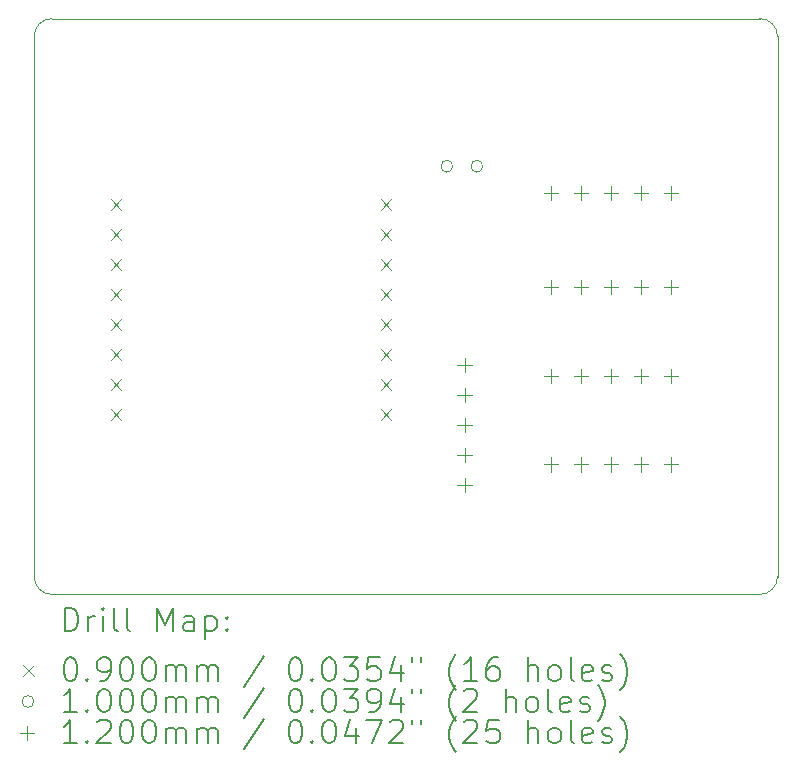
<source format=gbr>
%TF.GenerationSoftware,KiCad,Pcbnew,9.0.0*%
%TF.CreationDate,2025-04-22T13:13:53+02:00*%
%TF.ProjectId,stimawifi,7374696d-6177-4696-9669-2e6b69636164,rev?*%
%TF.SameCoordinates,Original*%
%TF.FileFunction,Drillmap*%
%TF.FilePolarity,Positive*%
%FSLAX45Y45*%
G04 Gerber Fmt 4.5, Leading zero omitted, Abs format (unit mm)*
G04 Created by KiCad (PCBNEW 9.0.0) date 2025-04-22 13:13:53*
%MOMM*%
%LPD*%
G01*
G04 APERTURE LIST*
%ADD10C,0.050000*%
%ADD11C,0.200000*%
%ADD12C,0.100000*%
%ADD13C,0.120000*%
G04 APERTURE END LIST*
D10*
X20850000Y-4700000D02*
X20850000Y-9275000D01*
X20850000Y-9275000D02*
G75*
G02*
X20700000Y-9425000I-150000J0D01*
G01*
X14556066Y-4700000D02*
G75*
G02*
X14706066Y-4549996I150004J0D01*
G01*
X14556066Y-9275000D02*
X14556066Y-4700000D01*
X14706066Y-9425000D02*
G75*
G02*
X14556070Y-9275000I4J150000D01*
G01*
X20700000Y-4550000D02*
G75*
G02*
X20850000Y-4700000I0J-150000D01*
G01*
X14706066Y-4550000D02*
X20700000Y-4550000D01*
X20700000Y-9425000D02*
X14706066Y-9425000D01*
D11*
D12*
X15205000Y-6077000D02*
X15295000Y-6167000D01*
X15295000Y-6077000D02*
X15205000Y-6167000D01*
X15205000Y-6331000D02*
X15295000Y-6421000D01*
X15295000Y-6331000D02*
X15205000Y-6421000D01*
X15205000Y-6585000D02*
X15295000Y-6675000D01*
X15295000Y-6585000D02*
X15205000Y-6675000D01*
X15205000Y-6839000D02*
X15295000Y-6929000D01*
X15295000Y-6839000D02*
X15205000Y-6929000D01*
X15205000Y-7093000D02*
X15295000Y-7183000D01*
X15295000Y-7093000D02*
X15205000Y-7183000D01*
X15205000Y-7347000D02*
X15295000Y-7437000D01*
X15295000Y-7347000D02*
X15205000Y-7437000D01*
X15205000Y-7601000D02*
X15295000Y-7691000D01*
X15295000Y-7601000D02*
X15205000Y-7691000D01*
X15205000Y-7855000D02*
X15295000Y-7945000D01*
X15295000Y-7855000D02*
X15205000Y-7945000D01*
X17491000Y-6077000D02*
X17581000Y-6167000D01*
X17581000Y-6077000D02*
X17491000Y-6167000D01*
X17491000Y-6331000D02*
X17581000Y-6421000D01*
X17581000Y-6331000D02*
X17491000Y-6421000D01*
X17491000Y-6585000D02*
X17581000Y-6675000D01*
X17581000Y-6585000D02*
X17491000Y-6675000D01*
X17491000Y-6839000D02*
X17581000Y-6929000D01*
X17581000Y-6839000D02*
X17491000Y-6929000D01*
X17491000Y-7093000D02*
X17581000Y-7183000D01*
X17581000Y-7093000D02*
X17491000Y-7183000D01*
X17491000Y-7347000D02*
X17581000Y-7437000D01*
X17581000Y-7347000D02*
X17491000Y-7437000D01*
X17491000Y-7601000D02*
X17581000Y-7691000D01*
X17581000Y-7601000D02*
X17491000Y-7691000D01*
X17491000Y-7855000D02*
X17581000Y-7945000D01*
X17581000Y-7855000D02*
X17491000Y-7945000D01*
X18100000Y-5800000D02*
G75*
G02*
X18000000Y-5800000I-50000J0D01*
G01*
X18000000Y-5800000D02*
G75*
G02*
X18100000Y-5800000I50000J0D01*
G01*
X18354000Y-5800000D02*
G75*
G02*
X18254000Y-5800000I-50000J0D01*
G01*
X18254000Y-5800000D02*
G75*
G02*
X18354000Y-5800000I50000J0D01*
G01*
D13*
X18200000Y-7424000D02*
X18200000Y-7544000D01*
X18140000Y-7484000D02*
X18260000Y-7484000D01*
X18200000Y-7678000D02*
X18200000Y-7798000D01*
X18140000Y-7738000D02*
X18260000Y-7738000D01*
X18200000Y-7932000D02*
X18200000Y-8052000D01*
X18140000Y-7992000D02*
X18260000Y-7992000D01*
X18200000Y-8186000D02*
X18200000Y-8306000D01*
X18140000Y-8246000D02*
X18260000Y-8246000D01*
X18200000Y-8440000D02*
X18200000Y-8560000D01*
X18140000Y-8500000D02*
X18260000Y-8500000D01*
X18934000Y-5965000D02*
X18934000Y-6085000D01*
X18874000Y-6025000D02*
X18994000Y-6025000D01*
X18934000Y-6765000D02*
X18934000Y-6885000D01*
X18874000Y-6825000D02*
X18994000Y-6825000D01*
X18934000Y-7515000D02*
X18934000Y-7635000D01*
X18874000Y-7575000D02*
X18994000Y-7575000D01*
X18934000Y-8265000D02*
X18934000Y-8385000D01*
X18874000Y-8325000D02*
X18994000Y-8325000D01*
X19188000Y-5965000D02*
X19188000Y-6085000D01*
X19128000Y-6025000D02*
X19248000Y-6025000D01*
X19188000Y-6765000D02*
X19188000Y-6885000D01*
X19128000Y-6825000D02*
X19248000Y-6825000D01*
X19188000Y-7515000D02*
X19188000Y-7635000D01*
X19128000Y-7575000D02*
X19248000Y-7575000D01*
X19188000Y-8265000D02*
X19188000Y-8385000D01*
X19128000Y-8325000D02*
X19248000Y-8325000D01*
X19442000Y-5965000D02*
X19442000Y-6085000D01*
X19382000Y-6025000D02*
X19502000Y-6025000D01*
X19442000Y-6765000D02*
X19442000Y-6885000D01*
X19382000Y-6825000D02*
X19502000Y-6825000D01*
X19442000Y-7515000D02*
X19442000Y-7635000D01*
X19382000Y-7575000D02*
X19502000Y-7575000D01*
X19442000Y-8265000D02*
X19442000Y-8385000D01*
X19382000Y-8325000D02*
X19502000Y-8325000D01*
X19696000Y-5965000D02*
X19696000Y-6085000D01*
X19636000Y-6025000D02*
X19756000Y-6025000D01*
X19696000Y-6765000D02*
X19696000Y-6885000D01*
X19636000Y-6825000D02*
X19756000Y-6825000D01*
X19696000Y-7515000D02*
X19696000Y-7635000D01*
X19636000Y-7575000D02*
X19756000Y-7575000D01*
X19696000Y-8265000D02*
X19696000Y-8385000D01*
X19636000Y-8325000D02*
X19756000Y-8325000D01*
X19950000Y-5965000D02*
X19950000Y-6085000D01*
X19890000Y-6025000D02*
X20010000Y-6025000D01*
X19950000Y-6765000D02*
X19950000Y-6885000D01*
X19890000Y-6825000D02*
X20010000Y-6825000D01*
X19950000Y-7515000D02*
X19950000Y-7635000D01*
X19890000Y-7575000D02*
X20010000Y-7575000D01*
X19950000Y-8265000D02*
X19950000Y-8385000D01*
X19890000Y-8325000D02*
X20010000Y-8325000D01*
D11*
X14814343Y-9738984D02*
X14814343Y-9538984D01*
X14814343Y-9538984D02*
X14861962Y-9538984D01*
X14861962Y-9538984D02*
X14890533Y-9548508D01*
X14890533Y-9548508D02*
X14909581Y-9567555D01*
X14909581Y-9567555D02*
X14919105Y-9586603D01*
X14919105Y-9586603D02*
X14928628Y-9624698D01*
X14928628Y-9624698D02*
X14928628Y-9653270D01*
X14928628Y-9653270D02*
X14919105Y-9691365D01*
X14919105Y-9691365D02*
X14909581Y-9710412D01*
X14909581Y-9710412D02*
X14890533Y-9729460D01*
X14890533Y-9729460D02*
X14861962Y-9738984D01*
X14861962Y-9738984D02*
X14814343Y-9738984D01*
X15014343Y-9738984D02*
X15014343Y-9605650D01*
X15014343Y-9643746D02*
X15023867Y-9624698D01*
X15023867Y-9624698D02*
X15033390Y-9615174D01*
X15033390Y-9615174D02*
X15052438Y-9605650D01*
X15052438Y-9605650D02*
X15071486Y-9605650D01*
X15138152Y-9738984D02*
X15138152Y-9605650D01*
X15138152Y-9538984D02*
X15128628Y-9548508D01*
X15128628Y-9548508D02*
X15138152Y-9558031D01*
X15138152Y-9558031D02*
X15147676Y-9548508D01*
X15147676Y-9548508D02*
X15138152Y-9538984D01*
X15138152Y-9538984D02*
X15138152Y-9558031D01*
X15261962Y-9738984D02*
X15242914Y-9729460D01*
X15242914Y-9729460D02*
X15233390Y-9710412D01*
X15233390Y-9710412D02*
X15233390Y-9538984D01*
X15366724Y-9738984D02*
X15347676Y-9729460D01*
X15347676Y-9729460D02*
X15338152Y-9710412D01*
X15338152Y-9710412D02*
X15338152Y-9538984D01*
X15595295Y-9738984D02*
X15595295Y-9538984D01*
X15595295Y-9538984D02*
X15661962Y-9681841D01*
X15661962Y-9681841D02*
X15728628Y-9538984D01*
X15728628Y-9538984D02*
X15728628Y-9738984D01*
X15909581Y-9738984D02*
X15909581Y-9634222D01*
X15909581Y-9634222D02*
X15900057Y-9615174D01*
X15900057Y-9615174D02*
X15881009Y-9605650D01*
X15881009Y-9605650D02*
X15842914Y-9605650D01*
X15842914Y-9605650D02*
X15823867Y-9615174D01*
X15909581Y-9729460D02*
X15890533Y-9738984D01*
X15890533Y-9738984D02*
X15842914Y-9738984D01*
X15842914Y-9738984D02*
X15823867Y-9729460D01*
X15823867Y-9729460D02*
X15814343Y-9710412D01*
X15814343Y-9710412D02*
X15814343Y-9691365D01*
X15814343Y-9691365D02*
X15823867Y-9672317D01*
X15823867Y-9672317D02*
X15842914Y-9662793D01*
X15842914Y-9662793D02*
X15890533Y-9662793D01*
X15890533Y-9662793D02*
X15909581Y-9653270D01*
X16004819Y-9605650D02*
X16004819Y-9805650D01*
X16004819Y-9615174D02*
X16023867Y-9605650D01*
X16023867Y-9605650D02*
X16061962Y-9605650D01*
X16061962Y-9605650D02*
X16081009Y-9615174D01*
X16081009Y-9615174D02*
X16090533Y-9624698D01*
X16090533Y-9624698D02*
X16100057Y-9643746D01*
X16100057Y-9643746D02*
X16100057Y-9700889D01*
X16100057Y-9700889D02*
X16090533Y-9719936D01*
X16090533Y-9719936D02*
X16081009Y-9729460D01*
X16081009Y-9729460D02*
X16061962Y-9738984D01*
X16061962Y-9738984D02*
X16023867Y-9738984D01*
X16023867Y-9738984D02*
X16004819Y-9729460D01*
X16185771Y-9719936D02*
X16195295Y-9729460D01*
X16195295Y-9729460D02*
X16185771Y-9738984D01*
X16185771Y-9738984D02*
X16176248Y-9729460D01*
X16176248Y-9729460D02*
X16185771Y-9719936D01*
X16185771Y-9719936D02*
X16185771Y-9738984D01*
X16185771Y-9615174D02*
X16195295Y-9624698D01*
X16195295Y-9624698D02*
X16185771Y-9634222D01*
X16185771Y-9634222D02*
X16176248Y-9624698D01*
X16176248Y-9624698D02*
X16185771Y-9615174D01*
X16185771Y-9615174D02*
X16185771Y-9634222D01*
D12*
X14463566Y-10022500D02*
X14553566Y-10112500D01*
X14553566Y-10022500D02*
X14463566Y-10112500D01*
D11*
X14852438Y-9958984D02*
X14871486Y-9958984D01*
X14871486Y-9958984D02*
X14890533Y-9968508D01*
X14890533Y-9968508D02*
X14900057Y-9978031D01*
X14900057Y-9978031D02*
X14909581Y-9997079D01*
X14909581Y-9997079D02*
X14919105Y-10035174D01*
X14919105Y-10035174D02*
X14919105Y-10082793D01*
X14919105Y-10082793D02*
X14909581Y-10120889D01*
X14909581Y-10120889D02*
X14900057Y-10139936D01*
X14900057Y-10139936D02*
X14890533Y-10149460D01*
X14890533Y-10149460D02*
X14871486Y-10158984D01*
X14871486Y-10158984D02*
X14852438Y-10158984D01*
X14852438Y-10158984D02*
X14833390Y-10149460D01*
X14833390Y-10149460D02*
X14823867Y-10139936D01*
X14823867Y-10139936D02*
X14814343Y-10120889D01*
X14814343Y-10120889D02*
X14804819Y-10082793D01*
X14804819Y-10082793D02*
X14804819Y-10035174D01*
X14804819Y-10035174D02*
X14814343Y-9997079D01*
X14814343Y-9997079D02*
X14823867Y-9978031D01*
X14823867Y-9978031D02*
X14833390Y-9968508D01*
X14833390Y-9968508D02*
X14852438Y-9958984D01*
X15004819Y-10139936D02*
X15014343Y-10149460D01*
X15014343Y-10149460D02*
X15004819Y-10158984D01*
X15004819Y-10158984D02*
X14995295Y-10149460D01*
X14995295Y-10149460D02*
X15004819Y-10139936D01*
X15004819Y-10139936D02*
X15004819Y-10158984D01*
X15109581Y-10158984D02*
X15147676Y-10158984D01*
X15147676Y-10158984D02*
X15166724Y-10149460D01*
X15166724Y-10149460D02*
X15176248Y-10139936D01*
X15176248Y-10139936D02*
X15195295Y-10111365D01*
X15195295Y-10111365D02*
X15204819Y-10073270D01*
X15204819Y-10073270D02*
X15204819Y-9997079D01*
X15204819Y-9997079D02*
X15195295Y-9978031D01*
X15195295Y-9978031D02*
X15185771Y-9968508D01*
X15185771Y-9968508D02*
X15166724Y-9958984D01*
X15166724Y-9958984D02*
X15128628Y-9958984D01*
X15128628Y-9958984D02*
X15109581Y-9968508D01*
X15109581Y-9968508D02*
X15100057Y-9978031D01*
X15100057Y-9978031D02*
X15090533Y-9997079D01*
X15090533Y-9997079D02*
X15090533Y-10044698D01*
X15090533Y-10044698D02*
X15100057Y-10063746D01*
X15100057Y-10063746D02*
X15109581Y-10073270D01*
X15109581Y-10073270D02*
X15128628Y-10082793D01*
X15128628Y-10082793D02*
X15166724Y-10082793D01*
X15166724Y-10082793D02*
X15185771Y-10073270D01*
X15185771Y-10073270D02*
X15195295Y-10063746D01*
X15195295Y-10063746D02*
X15204819Y-10044698D01*
X15328628Y-9958984D02*
X15347676Y-9958984D01*
X15347676Y-9958984D02*
X15366724Y-9968508D01*
X15366724Y-9968508D02*
X15376248Y-9978031D01*
X15376248Y-9978031D02*
X15385771Y-9997079D01*
X15385771Y-9997079D02*
X15395295Y-10035174D01*
X15395295Y-10035174D02*
X15395295Y-10082793D01*
X15395295Y-10082793D02*
X15385771Y-10120889D01*
X15385771Y-10120889D02*
X15376248Y-10139936D01*
X15376248Y-10139936D02*
X15366724Y-10149460D01*
X15366724Y-10149460D02*
X15347676Y-10158984D01*
X15347676Y-10158984D02*
X15328628Y-10158984D01*
X15328628Y-10158984D02*
X15309581Y-10149460D01*
X15309581Y-10149460D02*
X15300057Y-10139936D01*
X15300057Y-10139936D02*
X15290533Y-10120889D01*
X15290533Y-10120889D02*
X15281009Y-10082793D01*
X15281009Y-10082793D02*
X15281009Y-10035174D01*
X15281009Y-10035174D02*
X15290533Y-9997079D01*
X15290533Y-9997079D02*
X15300057Y-9978031D01*
X15300057Y-9978031D02*
X15309581Y-9968508D01*
X15309581Y-9968508D02*
X15328628Y-9958984D01*
X15519105Y-9958984D02*
X15538152Y-9958984D01*
X15538152Y-9958984D02*
X15557200Y-9968508D01*
X15557200Y-9968508D02*
X15566724Y-9978031D01*
X15566724Y-9978031D02*
X15576248Y-9997079D01*
X15576248Y-9997079D02*
X15585771Y-10035174D01*
X15585771Y-10035174D02*
X15585771Y-10082793D01*
X15585771Y-10082793D02*
X15576248Y-10120889D01*
X15576248Y-10120889D02*
X15566724Y-10139936D01*
X15566724Y-10139936D02*
X15557200Y-10149460D01*
X15557200Y-10149460D02*
X15538152Y-10158984D01*
X15538152Y-10158984D02*
X15519105Y-10158984D01*
X15519105Y-10158984D02*
X15500057Y-10149460D01*
X15500057Y-10149460D02*
X15490533Y-10139936D01*
X15490533Y-10139936D02*
X15481009Y-10120889D01*
X15481009Y-10120889D02*
X15471486Y-10082793D01*
X15471486Y-10082793D02*
X15471486Y-10035174D01*
X15471486Y-10035174D02*
X15481009Y-9997079D01*
X15481009Y-9997079D02*
X15490533Y-9978031D01*
X15490533Y-9978031D02*
X15500057Y-9968508D01*
X15500057Y-9968508D02*
X15519105Y-9958984D01*
X15671486Y-10158984D02*
X15671486Y-10025650D01*
X15671486Y-10044698D02*
X15681009Y-10035174D01*
X15681009Y-10035174D02*
X15700057Y-10025650D01*
X15700057Y-10025650D02*
X15728629Y-10025650D01*
X15728629Y-10025650D02*
X15747676Y-10035174D01*
X15747676Y-10035174D02*
X15757200Y-10054222D01*
X15757200Y-10054222D02*
X15757200Y-10158984D01*
X15757200Y-10054222D02*
X15766724Y-10035174D01*
X15766724Y-10035174D02*
X15785771Y-10025650D01*
X15785771Y-10025650D02*
X15814343Y-10025650D01*
X15814343Y-10025650D02*
X15833390Y-10035174D01*
X15833390Y-10035174D02*
X15842914Y-10054222D01*
X15842914Y-10054222D02*
X15842914Y-10158984D01*
X15938152Y-10158984D02*
X15938152Y-10025650D01*
X15938152Y-10044698D02*
X15947676Y-10035174D01*
X15947676Y-10035174D02*
X15966724Y-10025650D01*
X15966724Y-10025650D02*
X15995295Y-10025650D01*
X15995295Y-10025650D02*
X16014343Y-10035174D01*
X16014343Y-10035174D02*
X16023867Y-10054222D01*
X16023867Y-10054222D02*
X16023867Y-10158984D01*
X16023867Y-10054222D02*
X16033390Y-10035174D01*
X16033390Y-10035174D02*
X16052438Y-10025650D01*
X16052438Y-10025650D02*
X16081009Y-10025650D01*
X16081009Y-10025650D02*
X16100057Y-10035174D01*
X16100057Y-10035174D02*
X16109581Y-10054222D01*
X16109581Y-10054222D02*
X16109581Y-10158984D01*
X16500057Y-9949460D02*
X16328629Y-10206603D01*
X16757200Y-9958984D02*
X16776248Y-9958984D01*
X16776248Y-9958984D02*
X16795295Y-9968508D01*
X16795295Y-9968508D02*
X16804819Y-9978031D01*
X16804819Y-9978031D02*
X16814343Y-9997079D01*
X16814343Y-9997079D02*
X16823867Y-10035174D01*
X16823867Y-10035174D02*
X16823867Y-10082793D01*
X16823867Y-10082793D02*
X16814343Y-10120889D01*
X16814343Y-10120889D02*
X16804819Y-10139936D01*
X16804819Y-10139936D02*
X16795295Y-10149460D01*
X16795295Y-10149460D02*
X16776248Y-10158984D01*
X16776248Y-10158984D02*
X16757200Y-10158984D01*
X16757200Y-10158984D02*
X16738152Y-10149460D01*
X16738152Y-10149460D02*
X16728629Y-10139936D01*
X16728629Y-10139936D02*
X16719105Y-10120889D01*
X16719105Y-10120889D02*
X16709581Y-10082793D01*
X16709581Y-10082793D02*
X16709581Y-10035174D01*
X16709581Y-10035174D02*
X16719105Y-9997079D01*
X16719105Y-9997079D02*
X16728629Y-9978031D01*
X16728629Y-9978031D02*
X16738152Y-9968508D01*
X16738152Y-9968508D02*
X16757200Y-9958984D01*
X16909581Y-10139936D02*
X16919105Y-10149460D01*
X16919105Y-10149460D02*
X16909581Y-10158984D01*
X16909581Y-10158984D02*
X16900057Y-10149460D01*
X16900057Y-10149460D02*
X16909581Y-10139936D01*
X16909581Y-10139936D02*
X16909581Y-10158984D01*
X17042914Y-9958984D02*
X17061962Y-9958984D01*
X17061962Y-9958984D02*
X17081010Y-9968508D01*
X17081010Y-9968508D02*
X17090534Y-9978031D01*
X17090534Y-9978031D02*
X17100057Y-9997079D01*
X17100057Y-9997079D02*
X17109581Y-10035174D01*
X17109581Y-10035174D02*
X17109581Y-10082793D01*
X17109581Y-10082793D02*
X17100057Y-10120889D01*
X17100057Y-10120889D02*
X17090534Y-10139936D01*
X17090534Y-10139936D02*
X17081010Y-10149460D01*
X17081010Y-10149460D02*
X17061962Y-10158984D01*
X17061962Y-10158984D02*
X17042914Y-10158984D01*
X17042914Y-10158984D02*
X17023867Y-10149460D01*
X17023867Y-10149460D02*
X17014343Y-10139936D01*
X17014343Y-10139936D02*
X17004819Y-10120889D01*
X17004819Y-10120889D02*
X16995295Y-10082793D01*
X16995295Y-10082793D02*
X16995295Y-10035174D01*
X16995295Y-10035174D02*
X17004819Y-9997079D01*
X17004819Y-9997079D02*
X17014343Y-9978031D01*
X17014343Y-9978031D02*
X17023867Y-9968508D01*
X17023867Y-9968508D02*
X17042914Y-9958984D01*
X17176248Y-9958984D02*
X17300057Y-9958984D01*
X17300057Y-9958984D02*
X17233391Y-10035174D01*
X17233391Y-10035174D02*
X17261962Y-10035174D01*
X17261962Y-10035174D02*
X17281010Y-10044698D01*
X17281010Y-10044698D02*
X17290534Y-10054222D01*
X17290534Y-10054222D02*
X17300057Y-10073270D01*
X17300057Y-10073270D02*
X17300057Y-10120889D01*
X17300057Y-10120889D02*
X17290534Y-10139936D01*
X17290534Y-10139936D02*
X17281010Y-10149460D01*
X17281010Y-10149460D02*
X17261962Y-10158984D01*
X17261962Y-10158984D02*
X17204819Y-10158984D01*
X17204819Y-10158984D02*
X17185772Y-10149460D01*
X17185772Y-10149460D02*
X17176248Y-10139936D01*
X17481010Y-9958984D02*
X17385772Y-9958984D01*
X17385772Y-9958984D02*
X17376248Y-10054222D01*
X17376248Y-10054222D02*
X17385772Y-10044698D01*
X17385772Y-10044698D02*
X17404819Y-10035174D01*
X17404819Y-10035174D02*
X17452438Y-10035174D01*
X17452438Y-10035174D02*
X17471486Y-10044698D01*
X17471486Y-10044698D02*
X17481010Y-10054222D01*
X17481010Y-10054222D02*
X17490534Y-10073270D01*
X17490534Y-10073270D02*
X17490534Y-10120889D01*
X17490534Y-10120889D02*
X17481010Y-10139936D01*
X17481010Y-10139936D02*
X17471486Y-10149460D01*
X17471486Y-10149460D02*
X17452438Y-10158984D01*
X17452438Y-10158984D02*
X17404819Y-10158984D01*
X17404819Y-10158984D02*
X17385772Y-10149460D01*
X17385772Y-10149460D02*
X17376248Y-10139936D01*
X17661962Y-10025650D02*
X17661962Y-10158984D01*
X17614343Y-9949460D02*
X17566724Y-10092317D01*
X17566724Y-10092317D02*
X17690534Y-10092317D01*
X17757200Y-9958984D02*
X17757200Y-9997079D01*
X17833391Y-9958984D02*
X17833391Y-9997079D01*
X18128629Y-10235174D02*
X18119105Y-10225650D01*
X18119105Y-10225650D02*
X18100057Y-10197079D01*
X18100057Y-10197079D02*
X18090534Y-10178031D01*
X18090534Y-10178031D02*
X18081010Y-10149460D01*
X18081010Y-10149460D02*
X18071486Y-10101841D01*
X18071486Y-10101841D02*
X18071486Y-10063746D01*
X18071486Y-10063746D02*
X18081010Y-10016127D01*
X18081010Y-10016127D02*
X18090534Y-9987555D01*
X18090534Y-9987555D02*
X18100057Y-9968508D01*
X18100057Y-9968508D02*
X18119105Y-9939936D01*
X18119105Y-9939936D02*
X18128629Y-9930412D01*
X18309581Y-10158984D02*
X18195296Y-10158984D01*
X18252438Y-10158984D02*
X18252438Y-9958984D01*
X18252438Y-9958984D02*
X18233391Y-9987555D01*
X18233391Y-9987555D02*
X18214343Y-10006603D01*
X18214343Y-10006603D02*
X18195296Y-10016127D01*
X18481010Y-9958984D02*
X18442915Y-9958984D01*
X18442915Y-9958984D02*
X18423867Y-9968508D01*
X18423867Y-9968508D02*
X18414343Y-9978031D01*
X18414343Y-9978031D02*
X18395296Y-10006603D01*
X18395296Y-10006603D02*
X18385772Y-10044698D01*
X18385772Y-10044698D02*
X18385772Y-10120889D01*
X18385772Y-10120889D02*
X18395296Y-10139936D01*
X18395296Y-10139936D02*
X18404819Y-10149460D01*
X18404819Y-10149460D02*
X18423867Y-10158984D01*
X18423867Y-10158984D02*
X18461962Y-10158984D01*
X18461962Y-10158984D02*
X18481010Y-10149460D01*
X18481010Y-10149460D02*
X18490534Y-10139936D01*
X18490534Y-10139936D02*
X18500057Y-10120889D01*
X18500057Y-10120889D02*
X18500057Y-10073270D01*
X18500057Y-10073270D02*
X18490534Y-10054222D01*
X18490534Y-10054222D02*
X18481010Y-10044698D01*
X18481010Y-10044698D02*
X18461962Y-10035174D01*
X18461962Y-10035174D02*
X18423867Y-10035174D01*
X18423867Y-10035174D02*
X18404819Y-10044698D01*
X18404819Y-10044698D02*
X18395296Y-10054222D01*
X18395296Y-10054222D02*
X18385772Y-10073270D01*
X18738153Y-10158984D02*
X18738153Y-9958984D01*
X18823867Y-10158984D02*
X18823867Y-10054222D01*
X18823867Y-10054222D02*
X18814343Y-10035174D01*
X18814343Y-10035174D02*
X18795296Y-10025650D01*
X18795296Y-10025650D02*
X18766724Y-10025650D01*
X18766724Y-10025650D02*
X18747677Y-10035174D01*
X18747677Y-10035174D02*
X18738153Y-10044698D01*
X18947677Y-10158984D02*
X18928629Y-10149460D01*
X18928629Y-10149460D02*
X18919105Y-10139936D01*
X18919105Y-10139936D02*
X18909581Y-10120889D01*
X18909581Y-10120889D02*
X18909581Y-10063746D01*
X18909581Y-10063746D02*
X18919105Y-10044698D01*
X18919105Y-10044698D02*
X18928629Y-10035174D01*
X18928629Y-10035174D02*
X18947677Y-10025650D01*
X18947677Y-10025650D02*
X18976248Y-10025650D01*
X18976248Y-10025650D02*
X18995296Y-10035174D01*
X18995296Y-10035174D02*
X19004819Y-10044698D01*
X19004819Y-10044698D02*
X19014343Y-10063746D01*
X19014343Y-10063746D02*
X19014343Y-10120889D01*
X19014343Y-10120889D02*
X19004819Y-10139936D01*
X19004819Y-10139936D02*
X18995296Y-10149460D01*
X18995296Y-10149460D02*
X18976248Y-10158984D01*
X18976248Y-10158984D02*
X18947677Y-10158984D01*
X19128629Y-10158984D02*
X19109581Y-10149460D01*
X19109581Y-10149460D02*
X19100058Y-10130412D01*
X19100058Y-10130412D02*
X19100058Y-9958984D01*
X19281010Y-10149460D02*
X19261962Y-10158984D01*
X19261962Y-10158984D02*
X19223867Y-10158984D01*
X19223867Y-10158984D02*
X19204819Y-10149460D01*
X19204819Y-10149460D02*
X19195296Y-10130412D01*
X19195296Y-10130412D02*
X19195296Y-10054222D01*
X19195296Y-10054222D02*
X19204819Y-10035174D01*
X19204819Y-10035174D02*
X19223867Y-10025650D01*
X19223867Y-10025650D02*
X19261962Y-10025650D01*
X19261962Y-10025650D02*
X19281010Y-10035174D01*
X19281010Y-10035174D02*
X19290534Y-10054222D01*
X19290534Y-10054222D02*
X19290534Y-10073270D01*
X19290534Y-10073270D02*
X19195296Y-10092317D01*
X19366724Y-10149460D02*
X19385772Y-10158984D01*
X19385772Y-10158984D02*
X19423867Y-10158984D01*
X19423867Y-10158984D02*
X19442915Y-10149460D01*
X19442915Y-10149460D02*
X19452439Y-10130412D01*
X19452439Y-10130412D02*
X19452439Y-10120889D01*
X19452439Y-10120889D02*
X19442915Y-10101841D01*
X19442915Y-10101841D02*
X19423867Y-10092317D01*
X19423867Y-10092317D02*
X19395296Y-10092317D01*
X19395296Y-10092317D02*
X19376248Y-10082793D01*
X19376248Y-10082793D02*
X19366724Y-10063746D01*
X19366724Y-10063746D02*
X19366724Y-10054222D01*
X19366724Y-10054222D02*
X19376248Y-10035174D01*
X19376248Y-10035174D02*
X19395296Y-10025650D01*
X19395296Y-10025650D02*
X19423867Y-10025650D01*
X19423867Y-10025650D02*
X19442915Y-10035174D01*
X19519105Y-10235174D02*
X19528629Y-10225650D01*
X19528629Y-10225650D02*
X19547677Y-10197079D01*
X19547677Y-10197079D02*
X19557200Y-10178031D01*
X19557200Y-10178031D02*
X19566724Y-10149460D01*
X19566724Y-10149460D02*
X19576248Y-10101841D01*
X19576248Y-10101841D02*
X19576248Y-10063746D01*
X19576248Y-10063746D02*
X19566724Y-10016127D01*
X19566724Y-10016127D02*
X19557200Y-9987555D01*
X19557200Y-9987555D02*
X19547677Y-9968508D01*
X19547677Y-9968508D02*
X19528629Y-9939936D01*
X19528629Y-9939936D02*
X19519105Y-9930412D01*
D12*
X14553566Y-10331500D02*
G75*
G02*
X14453566Y-10331500I-50000J0D01*
G01*
X14453566Y-10331500D02*
G75*
G02*
X14553566Y-10331500I50000J0D01*
G01*
D11*
X14919105Y-10422984D02*
X14804819Y-10422984D01*
X14861962Y-10422984D02*
X14861962Y-10222984D01*
X14861962Y-10222984D02*
X14842914Y-10251555D01*
X14842914Y-10251555D02*
X14823867Y-10270603D01*
X14823867Y-10270603D02*
X14804819Y-10280127D01*
X15004819Y-10403936D02*
X15014343Y-10413460D01*
X15014343Y-10413460D02*
X15004819Y-10422984D01*
X15004819Y-10422984D02*
X14995295Y-10413460D01*
X14995295Y-10413460D02*
X15004819Y-10403936D01*
X15004819Y-10403936D02*
X15004819Y-10422984D01*
X15138152Y-10222984D02*
X15157200Y-10222984D01*
X15157200Y-10222984D02*
X15176248Y-10232508D01*
X15176248Y-10232508D02*
X15185771Y-10242031D01*
X15185771Y-10242031D02*
X15195295Y-10261079D01*
X15195295Y-10261079D02*
X15204819Y-10299174D01*
X15204819Y-10299174D02*
X15204819Y-10346793D01*
X15204819Y-10346793D02*
X15195295Y-10384889D01*
X15195295Y-10384889D02*
X15185771Y-10403936D01*
X15185771Y-10403936D02*
X15176248Y-10413460D01*
X15176248Y-10413460D02*
X15157200Y-10422984D01*
X15157200Y-10422984D02*
X15138152Y-10422984D01*
X15138152Y-10422984D02*
X15119105Y-10413460D01*
X15119105Y-10413460D02*
X15109581Y-10403936D01*
X15109581Y-10403936D02*
X15100057Y-10384889D01*
X15100057Y-10384889D02*
X15090533Y-10346793D01*
X15090533Y-10346793D02*
X15090533Y-10299174D01*
X15090533Y-10299174D02*
X15100057Y-10261079D01*
X15100057Y-10261079D02*
X15109581Y-10242031D01*
X15109581Y-10242031D02*
X15119105Y-10232508D01*
X15119105Y-10232508D02*
X15138152Y-10222984D01*
X15328628Y-10222984D02*
X15347676Y-10222984D01*
X15347676Y-10222984D02*
X15366724Y-10232508D01*
X15366724Y-10232508D02*
X15376248Y-10242031D01*
X15376248Y-10242031D02*
X15385771Y-10261079D01*
X15385771Y-10261079D02*
X15395295Y-10299174D01*
X15395295Y-10299174D02*
X15395295Y-10346793D01*
X15395295Y-10346793D02*
X15385771Y-10384889D01*
X15385771Y-10384889D02*
X15376248Y-10403936D01*
X15376248Y-10403936D02*
X15366724Y-10413460D01*
X15366724Y-10413460D02*
X15347676Y-10422984D01*
X15347676Y-10422984D02*
X15328628Y-10422984D01*
X15328628Y-10422984D02*
X15309581Y-10413460D01*
X15309581Y-10413460D02*
X15300057Y-10403936D01*
X15300057Y-10403936D02*
X15290533Y-10384889D01*
X15290533Y-10384889D02*
X15281009Y-10346793D01*
X15281009Y-10346793D02*
X15281009Y-10299174D01*
X15281009Y-10299174D02*
X15290533Y-10261079D01*
X15290533Y-10261079D02*
X15300057Y-10242031D01*
X15300057Y-10242031D02*
X15309581Y-10232508D01*
X15309581Y-10232508D02*
X15328628Y-10222984D01*
X15519105Y-10222984D02*
X15538152Y-10222984D01*
X15538152Y-10222984D02*
X15557200Y-10232508D01*
X15557200Y-10232508D02*
X15566724Y-10242031D01*
X15566724Y-10242031D02*
X15576248Y-10261079D01*
X15576248Y-10261079D02*
X15585771Y-10299174D01*
X15585771Y-10299174D02*
X15585771Y-10346793D01*
X15585771Y-10346793D02*
X15576248Y-10384889D01*
X15576248Y-10384889D02*
X15566724Y-10403936D01*
X15566724Y-10403936D02*
X15557200Y-10413460D01*
X15557200Y-10413460D02*
X15538152Y-10422984D01*
X15538152Y-10422984D02*
X15519105Y-10422984D01*
X15519105Y-10422984D02*
X15500057Y-10413460D01*
X15500057Y-10413460D02*
X15490533Y-10403936D01*
X15490533Y-10403936D02*
X15481009Y-10384889D01*
X15481009Y-10384889D02*
X15471486Y-10346793D01*
X15471486Y-10346793D02*
X15471486Y-10299174D01*
X15471486Y-10299174D02*
X15481009Y-10261079D01*
X15481009Y-10261079D02*
X15490533Y-10242031D01*
X15490533Y-10242031D02*
X15500057Y-10232508D01*
X15500057Y-10232508D02*
X15519105Y-10222984D01*
X15671486Y-10422984D02*
X15671486Y-10289650D01*
X15671486Y-10308698D02*
X15681009Y-10299174D01*
X15681009Y-10299174D02*
X15700057Y-10289650D01*
X15700057Y-10289650D02*
X15728629Y-10289650D01*
X15728629Y-10289650D02*
X15747676Y-10299174D01*
X15747676Y-10299174D02*
X15757200Y-10318222D01*
X15757200Y-10318222D02*
X15757200Y-10422984D01*
X15757200Y-10318222D02*
X15766724Y-10299174D01*
X15766724Y-10299174D02*
X15785771Y-10289650D01*
X15785771Y-10289650D02*
X15814343Y-10289650D01*
X15814343Y-10289650D02*
X15833390Y-10299174D01*
X15833390Y-10299174D02*
X15842914Y-10318222D01*
X15842914Y-10318222D02*
X15842914Y-10422984D01*
X15938152Y-10422984D02*
X15938152Y-10289650D01*
X15938152Y-10308698D02*
X15947676Y-10299174D01*
X15947676Y-10299174D02*
X15966724Y-10289650D01*
X15966724Y-10289650D02*
X15995295Y-10289650D01*
X15995295Y-10289650D02*
X16014343Y-10299174D01*
X16014343Y-10299174D02*
X16023867Y-10318222D01*
X16023867Y-10318222D02*
X16023867Y-10422984D01*
X16023867Y-10318222D02*
X16033390Y-10299174D01*
X16033390Y-10299174D02*
X16052438Y-10289650D01*
X16052438Y-10289650D02*
X16081009Y-10289650D01*
X16081009Y-10289650D02*
X16100057Y-10299174D01*
X16100057Y-10299174D02*
X16109581Y-10318222D01*
X16109581Y-10318222D02*
X16109581Y-10422984D01*
X16500057Y-10213460D02*
X16328629Y-10470603D01*
X16757200Y-10222984D02*
X16776248Y-10222984D01*
X16776248Y-10222984D02*
X16795295Y-10232508D01*
X16795295Y-10232508D02*
X16804819Y-10242031D01*
X16804819Y-10242031D02*
X16814343Y-10261079D01*
X16814343Y-10261079D02*
X16823867Y-10299174D01*
X16823867Y-10299174D02*
X16823867Y-10346793D01*
X16823867Y-10346793D02*
X16814343Y-10384889D01*
X16814343Y-10384889D02*
X16804819Y-10403936D01*
X16804819Y-10403936D02*
X16795295Y-10413460D01*
X16795295Y-10413460D02*
X16776248Y-10422984D01*
X16776248Y-10422984D02*
X16757200Y-10422984D01*
X16757200Y-10422984D02*
X16738152Y-10413460D01*
X16738152Y-10413460D02*
X16728629Y-10403936D01*
X16728629Y-10403936D02*
X16719105Y-10384889D01*
X16719105Y-10384889D02*
X16709581Y-10346793D01*
X16709581Y-10346793D02*
X16709581Y-10299174D01*
X16709581Y-10299174D02*
X16719105Y-10261079D01*
X16719105Y-10261079D02*
X16728629Y-10242031D01*
X16728629Y-10242031D02*
X16738152Y-10232508D01*
X16738152Y-10232508D02*
X16757200Y-10222984D01*
X16909581Y-10403936D02*
X16919105Y-10413460D01*
X16919105Y-10413460D02*
X16909581Y-10422984D01*
X16909581Y-10422984D02*
X16900057Y-10413460D01*
X16900057Y-10413460D02*
X16909581Y-10403936D01*
X16909581Y-10403936D02*
X16909581Y-10422984D01*
X17042914Y-10222984D02*
X17061962Y-10222984D01*
X17061962Y-10222984D02*
X17081010Y-10232508D01*
X17081010Y-10232508D02*
X17090534Y-10242031D01*
X17090534Y-10242031D02*
X17100057Y-10261079D01*
X17100057Y-10261079D02*
X17109581Y-10299174D01*
X17109581Y-10299174D02*
X17109581Y-10346793D01*
X17109581Y-10346793D02*
X17100057Y-10384889D01*
X17100057Y-10384889D02*
X17090534Y-10403936D01*
X17090534Y-10403936D02*
X17081010Y-10413460D01*
X17081010Y-10413460D02*
X17061962Y-10422984D01*
X17061962Y-10422984D02*
X17042914Y-10422984D01*
X17042914Y-10422984D02*
X17023867Y-10413460D01*
X17023867Y-10413460D02*
X17014343Y-10403936D01*
X17014343Y-10403936D02*
X17004819Y-10384889D01*
X17004819Y-10384889D02*
X16995295Y-10346793D01*
X16995295Y-10346793D02*
X16995295Y-10299174D01*
X16995295Y-10299174D02*
X17004819Y-10261079D01*
X17004819Y-10261079D02*
X17014343Y-10242031D01*
X17014343Y-10242031D02*
X17023867Y-10232508D01*
X17023867Y-10232508D02*
X17042914Y-10222984D01*
X17176248Y-10222984D02*
X17300057Y-10222984D01*
X17300057Y-10222984D02*
X17233391Y-10299174D01*
X17233391Y-10299174D02*
X17261962Y-10299174D01*
X17261962Y-10299174D02*
X17281010Y-10308698D01*
X17281010Y-10308698D02*
X17290534Y-10318222D01*
X17290534Y-10318222D02*
X17300057Y-10337270D01*
X17300057Y-10337270D02*
X17300057Y-10384889D01*
X17300057Y-10384889D02*
X17290534Y-10403936D01*
X17290534Y-10403936D02*
X17281010Y-10413460D01*
X17281010Y-10413460D02*
X17261962Y-10422984D01*
X17261962Y-10422984D02*
X17204819Y-10422984D01*
X17204819Y-10422984D02*
X17185772Y-10413460D01*
X17185772Y-10413460D02*
X17176248Y-10403936D01*
X17395295Y-10422984D02*
X17433391Y-10422984D01*
X17433391Y-10422984D02*
X17452438Y-10413460D01*
X17452438Y-10413460D02*
X17461962Y-10403936D01*
X17461962Y-10403936D02*
X17481010Y-10375365D01*
X17481010Y-10375365D02*
X17490534Y-10337270D01*
X17490534Y-10337270D02*
X17490534Y-10261079D01*
X17490534Y-10261079D02*
X17481010Y-10242031D01*
X17481010Y-10242031D02*
X17471486Y-10232508D01*
X17471486Y-10232508D02*
X17452438Y-10222984D01*
X17452438Y-10222984D02*
X17414343Y-10222984D01*
X17414343Y-10222984D02*
X17395295Y-10232508D01*
X17395295Y-10232508D02*
X17385772Y-10242031D01*
X17385772Y-10242031D02*
X17376248Y-10261079D01*
X17376248Y-10261079D02*
X17376248Y-10308698D01*
X17376248Y-10308698D02*
X17385772Y-10327746D01*
X17385772Y-10327746D02*
X17395295Y-10337270D01*
X17395295Y-10337270D02*
X17414343Y-10346793D01*
X17414343Y-10346793D02*
X17452438Y-10346793D01*
X17452438Y-10346793D02*
X17471486Y-10337270D01*
X17471486Y-10337270D02*
X17481010Y-10327746D01*
X17481010Y-10327746D02*
X17490534Y-10308698D01*
X17661962Y-10289650D02*
X17661962Y-10422984D01*
X17614343Y-10213460D02*
X17566724Y-10356317D01*
X17566724Y-10356317D02*
X17690534Y-10356317D01*
X17757200Y-10222984D02*
X17757200Y-10261079D01*
X17833391Y-10222984D02*
X17833391Y-10261079D01*
X18128629Y-10499174D02*
X18119105Y-10489650D01*
X18119105Y-10489650D02*
X18100057Y-10461079D01*
X18100057Y-10461079D02*
X18090534Y-10442031D01*
X18090534Y-10442031D02*
X18081010Y-10413460D01*
X18081010Y-10413460D02*
X18071486Y-10365841D01*
X18071486Y-10365841D02*
X18071486Y-10327746D01*
X18071486Y-10327746D02*
X18081010Y-10280127D01*
X18081010Y-10280127D02*
X18090534Y-10251555D01*
X18090534Y-10251555D02*
X18100057Y-10232508D01*
X18100057Y-10232508D02*
X18119105Y-10203936D01*
X18119105Y-10203936D02*
X18128629Y-10194412D01*
X18195296Y-10242031D02*
X18204819Y-10232508D01*
X18204819Y-10232508D02*
X18223867Y-10222984D01*
X18223867Y-10222984D02*
X18271486Y-10222984D01*
X18271486Y-10222984D02*
X18290534Y-10232508D01*
X18290534Y-10232508D02*
X18300057Y-10242031D01*
X18300057Y-10242031D02*
X18309581Y-10261079D01*
X18309581Y-10261079D02*
X18309581Y-10280127D01*
X18309581Y-10280127D02*
X18300057Y-10308698D01*
X18300057Y-10308698D02*
X18185772Y-10422984D01*
X18185772Y-10422984D02*
X18309581Y-10422984D01*
X18547677Y-10422984D02*
X18547677Y-10222984D01*
X18633391Y-10422984D02*
X18633391Y-10318222D01*
X18633391Y-10318222D02*
X18623867Y-10299174D01*
X18623867Y-10299174D02*
X18604819Y-10289650D01*
X18604819Y-10289650D02*
X18576248Y-10289650D01*
X18576248Y-10289650D02*
X18557200Y-10299174D01*
X18557200Y-10299174D02*
X18547677Y-10308698D01*
X18757200Y-10422984D02*
X18738153Y-10413460D01*
X18738153Y-10413460D02*
X18728629Y-10403936D01*
X18728629Y-10403936D02*
X18719105Y-10384889D01*
X18719105Y-10384889D02*
X18719105Y-10327746D01*
X18719105Y-10327746D02*
X18728629Y-10308698D01*
X18728629Y-10308698D02*
X18738153Y-10299174D01*
X18738153Y-10299174D02*
X18757200Y-10289650D01*
X18757200Y-10289650D02*
X18785772Y-10289650D01*
X18785772Y-10289650D02*
X18804819Y-10299174D01*
X18804819Y-10299174D02*
X18814343Y-10308698D01*
X18814343Y-10308698D02*
X18823867Y-10327746D01*
X18823867Y-10327746D02*
X18823867Y-10384889D01*
X18823867Y-10384889D02*
X18814343Y-10403936D01*
X18814343Y-10403936D02*
X18804819Y-10413460D01*
X18804819Y-10413460D02*
X18785772Y-10422984D01*
X18785772Y-10422984D02*
X18757200Y-10422984D01*
X18938153Y-10422984D02*
X18919105Y-10413460D01*
X18919105Y-10413460D02*
X18909581Y-10394412D01*
X18909581Y-10394412D02*
X18909581Y-10222984D01*
X19090534Y-10413460D02*
X19071486Y-10422984D01*
X19071486Y-10422984D02*
X19033391Y-10422984D01*
X19033391Y-10422984D02*
X19014343Y-10413460D01*
X19014343Y-10413460D02*
X19004819Y-10394412D01*
X19004819Y-10394412D02*
X19004819Y-10318222D01*
X19004819Y-10318222D02*
X19014343Y-10299174D01*
X19014343Y-10299174D02*
X19033391Y-10289650D01*
X19033391Y-10289650D02*
X19071486Y-10289650D01*
X19071486Y-10289650D02*
X19090534Y-10299174D01*
X19090534Y-10299174D02*
X19100058Y-10318222D01*
X19100058Y-10318222D02*
X19100058Y-10337270D01*
X19100058Y-10337270D02*
X19004819Y-10356317D01*
X19176248Y-10413460D02*
X19195296Y-10422984D01*
X19195296Y-10422984D02*
X19233391Y-10422984D01*
X19233391Y-10422984D02*
X19252439Y-10413460D01*
X19252439Y-10413460D02*
X19261962Y-10394412D01*
X19261962Y-10394412D02*
X19261962Y-10384889D01*
X19261962Y-10384889D02*
X19252439Y-10365841D01*
X19252439Y-10365841D02*
X19233391Y-10356317D01*
X19233391Y-10356317D02*
X19204819Y-10356317D01*
X19204819Y-10356317D02*
X19185772Y-10346793D01*
X19185772Y-10346793D02*
X19176248Y-10327746D01*
X19176248Y-10327746D02*
X19176248Y-10318222D01*
X19176248Y-10318222D02*
X19185772Y-10299174D01*
X19185772Y-10299174D02*
X19204819Y-10289650D01*
X19204819Y-10289650D02*
X19233391Y-10289650D01*
X19233391Y-10289650D02*
X19252439Y-10299174D01*
X19328629Y-10499174D02*
X19338153Y-10489650D01*
X19338153Y-10489650D02*
X19357200Y-10461079D01*
X19357200Y-10461079D02*
X19366724Y-10442031D01*
X19366724Y-10442031D02*
X19376248Y-10413460D01*
X19376248Y-10413460D02*
X19385772Y-10365841D01*
X19385772Y-10365841D02*
X19385772Y-10327746D01*
X19385772Y-10327746D02*
X19376248Y-10280127D01*
X19376248Y-10280127D02*
X19366724Y-10251555D01*
X19366724Y-10251555D02*
X19357200Y-10232508D01*
X19357200Y-10232508D02*
X19338153Y-10203936D01*
X19338153Y-10203936D02*
X19328629Y-10194412D01*
D13*
X14493566Y-10535500D02*
X14493566Y-10655500D01*
X14433566Y-10595500D02*
X14553566Y-10595500D01*
D11*
X14919105Y-10686984D02*
X14804819Y-10686984D01*
X14861962Y-10686984D02*
X14861962Y-10486984D01*
X14861962Y-10486984D02*
X14842914Y-10515555D01*
X14842914Y-10515555D02*
X14823867Y-10534603D01*
X14823867Y-10534603D02*
X14804819Y-10544127D01*
X15004819Y-10667936D02*
X15014343Y-10677460D01*
X15014343Y-10677460D02*
X15004819Y-10686984D01*
X15004819Y-10686984D02*
X14995295Y-10677460D01*
X14995295Y-10677460D02*
X15004819Y-10667936D01*
X15004819Y-10667936D02*
X15004819Y-10686984D01*
X15090533Y-10506031D02*
X15100057Y-10496508D01*
X15100057Y-10496508D02*
X15119105Y-10486984D01*
X15119105Y-10486984D02*
X15166724Y-10486984D01*
X15166724Y-10486984D02*
X15185771Y-10496508D01*
X15185771Y-10496508D02*
X15195295Y-10506031D01*
X15195295Y-10506031D02*
X15204819Y-10525079D01*
X15204819Y-10525079D02*
X15204819Y-10544127D01*
X15204819Y-10544127D02*
X15195295Y-10572698D01*
X15195295Y-10572698D02*
X15081009Y-10686984D01*
X15081009Y-10686984D02*
X15204819Y-10686984D01*
X15328628Y-10486984D02*
X15347676Y-10486984D01*
X15347676Y-10486984D02*
X15366724Y-10496508D01*
X15366724Y-10496508D02*
X15376248Y-10506031D01*
X15376248Y-10506031D02*
X15385771Y-10525079D01*
X15385771Y-10525079D02*
X15395295Y-10563174D01*
X15395295Y-10563174D02*
X15395295Y-10610793D01*
X15395295Y-10610793D02*
X15385771Y-10648889D01*
X15385771Y-10648889D02*
X15376248Y-10667936D01*
X15376248Y-10667936D02*
X15366724Y-10677460D01*
X15366724Y-10677460D02*
X15347676Y-10686984D01*
X15347676Y-10686984D02*
X15328628Y-10686984D01*
X15328628Y-10686984D02*
X15309581Y-10677460D01*
X15309581Y-10677460D02*
X15300057Y-10667936D01*
X15300057Y-10667936D02*
X15290533Y-10648889D01*
X15290533Y-10648889D02*
X15281009Y-10610793D01*
X15281009Y-10610793D02*
X15281009Y-10563174D01*
X15281009Y-10563174D02*
X15290533Y-10525079D01*
X15290533Y-10525079D02*
X15300057Y-10506031D01*
X15300057Y-10506031D02*
X15309581Y-10496508D01*
X15309581Y-10496508D02*
X15328628Y-10486984D01*
X15519105Y-10486984D02*
X15538152Y-10486984D01*
X15538152Y-10486984D02*
X15557200Y-10496508D01*
X15557200Y-10496508D02*
X15566724Y-10506031D01*
X15566724Y-10506031D02*
X15576248Y-10525079D01*
X15576248Y-10525079D02*
X15585771Y-10563174D01*
X15585771Y-10563174D02*
X15585771Y-10610793D01*
X15585771Y-10610793D02*
X15576248Y-10648889D01*
X15576248Y-10648889D02*
X15566724Y-10667936D01*
X15566724Y-10667936D02*
X15557200Y-10677460D01*
X15557200Y-10677460D02*
X15538152Y-10686984D01*
X15538152Y-10686984D02*
X15519105Y-10686984D01*
X15519105Y-10686984D02*
X15500057Y-10677460D01*
X15500057Y-10677460D02*
X15490533Y-10667936D01*
X15490533Y-10667936D02*
X15481009Y-10648889D01*
X15481009Y-10648889D02*
X15471486Y-10610793D01*
X15471486Y-10610793D02*
X15471486Y-10563174D01*
X15471486Y-10563174D02*
X15481009Y-10525079D01*
X15481009Y-10525079D02*
X15490533Y-10506031D01*
X15490533Y-10506031D02*
X15500057Y-10496508D01*
X15500057Y-10496508D02*
X15519105Y-10486984D01*
X15671486Y-10686984D02*
X15671486Y-10553650D01*
X15671486Y-10572698D02*
X15681009Y-10563174D01*
X15681009Y-10563174D02*
X15700057Y-10553650D01*
X15700057Y-10553650D02*
X15728629Y-10553650D01*
X15728629Y-10553650D02*
X15747676Y-10563174D01*
X15747676Y-10563174D02*
X15757200Y-10582222D01*
X15757200Y-10582222D02*
X15757200Y-10686984D01*
X15757200Y-10582222D02*
X15766724Y-10563174D01*
X15766724Y-10563174D02*
X15785771Y-10553650D01*
X15785771Y-10553650D02*
X15814343Y-10553650D01*
X15814343Y-10553650D02*
X15833390Y-10563174D01*
X15833390Y-10563174D02*
X15842914Y-10582222D01*
X15842914Y-10582222D02*
X15842914Y-10686984D01*
X15938152Y-10686984D02*
X15938152Y-10553650D01*
X15938152Y-10572698D02*
X15947676Y-10563174D01*
X15947676Y-10563174D02*
X15966724Y-10553650D01*
X15966724Y-10553650D02*
X15995295Y-10553650D01*
X15995295Y-10553650D02*
X16014343Y-10563174D01*
X16014343Y-10563174D02*
X16023867Y-10582222D01*
X16023867Y-10582222D02*
X16023867Y-10686984D01*
X16023867Y-10582222D02*
X16033390Y-10563174D01*
X16033390Y-10563174D02*
X16052438Y-10553650D01*
X16052438Y-10553650D02*
X16081009Y-10553650D01*
X16081009Y-10553650D02*
X16100057Y-10563174D01*
X16100057Y-10563174D02*
X16109581Y-10582222D01*
X16109581Y-10582222D02*
X16109581Y-10686984D01*
X16500057Y-10477460D02*
X16328629Y-10734603D01*
X16757200Y-10486984D02*
X16776248Y-10486984D01*
X16776248Y-10486984D02*
X16795295Y-10496508D01*
X16795295Y-10496508D02*
X16804819Y-10506031D01*
X16804819Y-10506031D02*
X16814343Y-10525079D01*
X16814343Y-10525079D02*
X16823867Y-10563174D01*
X16823867Y-10563174D02*
X16823867Y-10610793D01*
X16823867Y-10610793D02*
X16814343Y-10648889D01*
X16814343Y-10648889D02*
X16804819Y-10667936D01*
X16804819Y-10667936D02*
X16795295Y-10677460D01*
X16795295Y-10677460D02*
X16776248Y-10686984D01*
X16776248Y-10686984D02*
X16757200Y-10686984D01*
X16757200Y-10686984D02*
X16738152Y-10677460D01*
X16738152Y-10677460D02*
X16728629Y-10667936D01*
X16728629Y-10667936D02*
X16719105Y-10648889D01*
X16719105Y-10648889D02*
X16709581Y-10610793D01*
X16709581Y-10610793D02*
X16709581Y-10563174D01*
X16709581Y-10563174D02*
X16719105Y-10525079D01*
X16719105Y-10525079D02*
X16728629Y-10506031D01*
X16728629Y-10506031D02*
X16738152Y-10496508D01*
X16738152Y-10496508D02*
X16757200Y-10486984D01*
X16909581Y-10667936D02*
X16919105Y-10677460D01*
X16919105Y-10677460D02*
X16909581Y-10686984D01*
X16909581Y-10686984D02*
X16900057Y-10677460D01*
X16900057Y-10677460D02*
X16909581Y-10667936D01*
X16909581Y-10667936D02*
X16909581Y-10686984D01*
X17042914Y-10486984D02*
X17061962Y-10486984D01*
X17061962Y-10486984D02*
X17081010Y-10496508D01*
X17081010Y-10496508D02*
X17090534Y-10506031D01*
X17090534Y-10506031D02*
X17100057Y-10525079D01*
X17100057Y-10525079D02*
X17109581Y-10563174D01*
X17109581Y-10563174D02*
X17109581Y-10610793D01*
X17109581Y-10610793D02*
X17100057Y-10648889D01*
X17100057Y-10648889D02*
X17090534Y-10667936D01*
X17090534Y-10667936D02*
X17081010Y-10677460D01*
X17081010Y-10677460D02*
X17061962Y-10686984D01*
X17061962Y-10686984D02*
X17042914Y-10686984D01*
X17042914Y-10686984D02*
X17023867Y-10677460D01*
X17023867Y-10677460D02*
X17014343Y-10667936D01*
X17014343Y-10667936D02*
X17004819Y-10648889D01*
X17004819Y-10648889D02*
X16995295Y-10610793D01*
X16995295Y-10610793D02*
X16995295Y-10563174D01*
X16995295Y-10563174D02*
X17004819Y-10525079D01*
X17004819Y-10525079D02*
X17014343Y-10506031D01*
X17014343Y-10506031D02*
X17023867Y-10496508D01*
X17023867Y-10496508D02*
X17042914Y-10486984D01*
X17281010Y-10553650D02*
X17281010Y-10686984D01*
X17233391Y-10477460D02*
X17185772Y-10620317D01*
X17185772Y-10620317D02*
X17309581Y-10620317D01*
X17366724Y-10486984D02*
X17500057Y-10486984D01*
X17500057Y-10486984D02*
X17414343Y-10686984D01*
X17566724Y-10506031D02*
X17576248Y-10496508D01*
X17576248Y-10496508D02*
X17595295Y-10486984D01*
X17595295Y-10486984D02*
X17642915Y-10486984D01*
X17642915Y-10486984D02*
X17661962Y-10496508D01*
X17661962Y-10496508D02*
X17671486Y-10506031D01*
X17671486Y-10506031D02*
X17681010Y-10525079D01*
X17681010Y-10525079D02*
X17681010Y-10544127D01*
X17681010Y-10544127D02*
X17671486Y-10572698D01*
X17671486Y-10572698D02*
X17557200Y-10686984D01*
X17557200Y-10686984D02*
X17681010Y-10686984D01*
X17757200Y-10486984D02*
X17757200Y-10525079D01*
X17833391Y-10486984D02*
X17833391Y-10525079D01*
X18128629Y-10763174D02*
X18119105Y-10753650D01*
X18119105Y-10753650D02*
X18100057Y-10725079D01*
X18100057Y-10725079D02*
X18090534Y-10706031D01*
X18090534Y-10706031D02*
X18081010Y-10677460D01*
X18081010Y-10677460D02*
X18071486Y-10629841D01*
X18071486Y-10629841D02*
X18071486Y-10591746D01*
X18071486Y-10591746D02*
X18081010Y-10544127D01*
X18081010Y-10544127D02*
X18090534Y-10515555D01*
X18090534Y-10515555D02*
X18100057Y-10496508D01*
X18100057Y-10496508D02*
X18119105Y-10467936D01*
X18119105Y-10467936D02*
X18128629Y-10458412D01*
X18195296Y-10506031D02*
X18204819Y-10496508D01*
X18204819Y-10496508D02*
X18223867Y-10486984D01*
X18223867Y-10486984D02*
X18271486Y-10486984D01*
X18271486Y-10486984D02*
X18290534Y-10496508D01*
X18290534Y-10496508D02*
X18300057Y-10506031D01*
X18300057Y-10506031D02*
X18309581Y-10525079D01*
X18309581Y-10525079D02*
X18309581Y-10544127D01*
X18309581Y-10544127D02*
X18300057Y-10572698D01*
X18300057Y-10572698D02*
X18185772Y-10686984D01*
X18185772Y-10686984D02*
X18309581Y-10686984D01*
X18490534Y-10486984D02*
X18395296Y-10486984D01*
X18395296Y-10486984D02*
X18385772Y-10582222D01*
X18385772Y-10582222D02*
X18395296Y-10572698D01*
X18395296Y-10572698D02*
X18414343Y-10563174D01*
X18414343Y-10563174D02*
X18461962Y-10563174D01*
X18461962Y-10563174D02*
X18481010Y-10572698D01*
X18481010Y-10572698D02*
X18490534Y-10582222D01*
X18490534Y-10582222D02*
X18500057Y-10601270D01*
X18500057Y-10601270D02*
X18500057Y-10648889D01*
X18500057Y-10648889D02*
X18490534Y-10667936D01*
X18490534Y-10667936D02*
X18481010Y-10677460D01*
X18481010Y-10677460D02*
X18461962Y-10686984D01*
X18461962Y-10686984D02*
X18414343Y-10686984D01*
X18414343Y-10686984D02*
X18395296Y-10677460D01*
X18395296Y-10677460D02*
X18385772Y-10667936D01*
X18738153Y-10686984D02*
X18738153Y-10486984D01*
X18823867Y-10686984D02*
X18823867Y-10582222D01*
X18823867Y-10582222D02*
X18814343Y-10563174D01*
X18814343Y-10563174D02*
X18795296Y-10553650D01*
X18795296Y-10553650D02*
X18766724Y-10553650D01*
X18766724Y-10553650D02*
X18747677Y-10563174D01*
X18747677Y-10563174D02*
X18738153Y-10572698D01*
X18947677Y-10686984D02*
X18928629Y-10677460D01*
X18928629Y-10677460D02*
X18919105Y-10667936D01*
X18919105Y-10667936D02*
X18909581Y-10648889D01*
X18909581Y-10648889D02*
X18909581Y-10591746D01*
X18909581Y-10591746D02*
X18919105Y-10572698D01*
X18919105Y-10572698D02*
X18928629Y-10563174D01*
X18928629Y-10563174D02*
X18947677Y-10553650D01*
X18947677Y-10553650D02*
X18976248Y-10553650D01*
X18976248Y-10553650D02*
X18995296Y-10563174D01*
X18995296Y-10563174D02*
X19004819Y-10572698D01*
X19004819Y-10572698D02*
X19014343Y-10591746D01*
X19014343Y-10591746D02*
X19014343Y-10648889D01*
X19014343Y-10648889D02*
X19004819Y-10667936D01*
X19004819Y-10667936D02*
X18995296Y-10677460D01*
X18995296Y-10677460D02*
X18976248Y-10686984D01*
X18976248Y-10686984D02*
X18947677Y-10686984D01*
X19128629Y-10686984D02*
X19109581Y-10677460D01*
X19109581Y-10677460D02*
X19100058Y-10658412D01*
X19100058Y-10658412D02*
X19100058Y-10486984D01*
X19281010Y-10677460D02*
X19261962Y-10686984D01*
X19261962Y-10686984D02*
X19223867Y-10686984D01*
X19223867Y-10686984D02*
X19204819Y-10677460D01*
X19204819Y-10677460D02*
X19195296Y-10658412D01*
X19195296Y-10658412D02*
X19195296Y-10582222D01*
X19195296Y-10582222D02*
X19204819Y-10563174D01*
X19204819Y-10563174D02*
X19223867Y-10553650D01*
X19223867Y-10553650D02*
X19261962Y-10553650D01*
X19261962Y-10553650D02*
X19281010Y-10563174D01*
X19281010Y-10563174D02*
X19290534Y-10582222D01*
X19290534Y-10582222D02*
X19290534Y-10601270D01*
X19290534Y-10601270D02*
X19195296Y-10620317D01*
X19366724Y-10677460D02*
X19385772Y-10686984D01*
X19385772Y-10686984D02*
X19423867Y-10686984D01*
X19423867Y-10686984D02*
X19442915Y-10677460D01*
X19442915Y-10677460D02*
X19452439Y-10658412D01*
X19452439Y-10658412D02*
X19452439Y-10648889D01*
X19452439Y-10648889D02*
X19442915Y-10629841D01*
X19442915Y-10629841D02*
X19423867Y-10620317D01*
X19423867Y-10620317D02*
X19395296Y-10620317D01*
X19395296Y-10620317D02*
X19376248Y-10610793D01*
X19376248Y-10610793D02*
X19366724Y-10591746D01*
X19366724Y-10591746D02*
X19366724Y-10582222D01*
X19366724Y-10582222D02*
X19376248Y-10563174D01*
X19376248Y-10563174D02*
X19395296Y-10553650D01*
X19395296Y-10553650D02*
X19423867Y-10553650D01*
X19423867Y-10553650D02*
X19442915Y-10563174D01*
X19519105Y-10763174D02*
X19528629Y-10753650D01*
X19528629Y-10753650D02*
X19547677Y-10725079D01*
X19547677Y-10725079D02*
X19557200Y-10706031D01*
X19557200Y-10706031D02*
X19566724Y-10677460D01*
X19566724Y-10677460D02*
X19576248Y-10629841D01*
X19576248Y-10629841D02*
X19576248Y-10591746D01*
X19576248Y-10591746D02*
X19566724Y-10544127D01*
X19566724Y-10544127D02*
X19557200Y-10515555D01*
X19557200Y-10515555D02*
X19547677Y-10496508D01*
X19547677Y-10496508D02*
X19528629Y-10467936D01*
X19528629Y-10467936D02*
X19519105Y-10458412D01*
M02*

</source>
